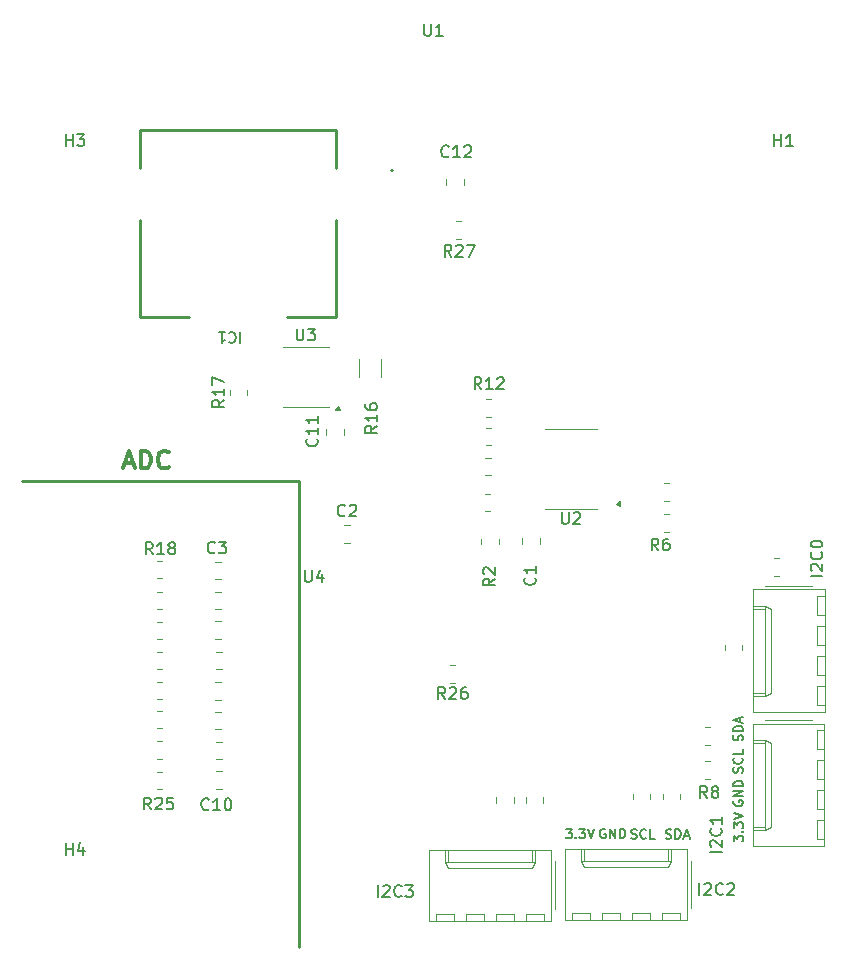
<source format=gbr>
%TF.GenerationSoftware,KiCad,Pcbnew,8.0.0-8.0.0-1~ubuntu20.04.1*%
%TF.CreationDate,2024-06-18T17:36:17-06:00*%
%TF.ProjectId,BioReactify,42696f52-6561-4637-9469-66792e6b6963,rev?*%
%TF.SameCoordinates,Original*%
%TF.FileFunction,Legend,Top*%
%TF.FilePolarity,Positive*%
%FSLAX46Y46*%
G04 Gerber Fmt 4.6, Leading zero omitted, Abs format (unit mm)*
G04 Created by KiCad (PCBNEW 8.0.0-8.0.0-1~ubuntu20.04.1) date 2024-06-18 17:36:17*
%MOMM*%
%LPD*%
G01*
G04 APERTURE LIST*
%ADD10C,0.250000*%
%ADD11C,0.187500*%
%ADD12C,0.300000*%
%ADD13C,0.152400*%
%ADD14C,0.150000*%
%ADD15C,0.254000*%
%ADD16C,0.120000*%
%ADD17C,0.200000*%
G04 APERTURE END LIST*
D10*
X164000000Y-50000000D02*
X164000000Y-89500000D01*
X140500000Y-50000000D02*
X164000000Y-50000000D01*
D11*
X200802345Y-80532359D02*
X200802345Y-80037121D01*
X200802345Y-80037121D02*
X201107107Y-80303787D01*
X201107107Y-80303787D02*
X201107107Y-80189502D01*
X201107107Y-80189502D02*
X201145202Y-80113311D01*
X201145202Y-80113311D02*
X201183297Y-80075216D01*
X201183297Y-80075216D02*
X201259488Y-80037121D01*
X201259488Y-80037121D02*
X201449964Y-80037121D01*
X201449964Y-80037121D02*
X201526154Y-80075216D01*
X201526154Y-80075216D02*
X201564250Y-80113311D01*
X201564250Y-80113311D02*
X201602345Y-80189502D01*
X201602345Y-80189502D02*
X201602345Y-80418073D01*
X201602345Y-80418073D02*
X201564250Y-80494264D01*
X201564250Y-80494264D02*
X201526154Y-80532359D01*
X201526154Y-79694263D02*
X201564250Y-79656168D01*
X201564250Y-79656168D02*
X201602345Y-79694263D01*
X201602345Y-79694263D02*
X201564250Y-79732359D01*
X201564250Y-79732359D02*
X201526154Y-79694263D01*
X201526154Y-79694263D02*
X201602345Y-79694263D01*
X200802345Y-79389502D02*
X200802345Y-78894264D01*
X200802345Y-78894264D02*
X201107107Y-79160930D01*
X201107107Y-79160930D02*
X201107107Y-79046645D01*
X201107107Y-79046645D02*
X201145202Y-78970454D01*
X201145202Y-78970454D02*
X201183297Y-78932359D01*
X201183297Y-78932359D02*
X201259488Y-78894264D01*
X201259488Y-78894264D02*
X201449964Y-78894264D01*
X201449964Y-78894264D02*
X201526154Y-78932359D01*
X201526154Y-78932359D02*
X201564250Y-78970454D01*
X201564250Y-78970454D02*
X201602345Y-79046645D01*
X201602345Y-79046645D02*
X201602345Y-79275216D01*
X201602345Y-79275216D02*
X201564250Y-79351407D01*
X201564250Y-79351407D02*
X201526154Y-79389502D01*
X200802345Y-78665692D02*
X201602345Y-78399025D01*
X201602345Y-78399025D02*
X200802345Y-78132359D01*
X186587640Y-79472345D02*
X187082878Y-79472345D01*
X187082878Y-79472345D02*
X186816212Y-79777107D01*
X186816212Y-79777107D02*
X186930497Y-79777107D01*
X186930497Y-79777107D02*
X187006688Y-79815202D01*
X187006688Y-79815202D02*
X187044783Y-79853297D01*
X187044783Y-79853297D02*
X187082878Y-79929488D01*
X187082878Y-79929488D02*
X187082878Y-80119964D01*
X187082878Y-80119964D02*
X187044783Y-80196154D01*
X187044783Y-80196154D02*
X187006688Y-80234250D01*
X187006688Y-80234250D02*
X186930497Y-80272345D01*
X186930497Y-80272345D02*
X186701926Y-80272345D01*
X186701926Y-80272345D02*
X186625735Y-80234250D01*
X186625735Y-80234250D02*
X186587640Y-80196154D01*
X187425736Y-80196154D02*
X187463831Y-80234250D01*
X187463831Y-80234250D02*
X187425736Y-80272345D01*
X187425736Y-80272345D02*
X187387640Y-80234250D01*
X187387640Y-80234250D02*
X187425736Y-80196154D01*
X187425736Y-80196154D02*
X187425736Y-80272345D01*
X187730497Y-79472345D02*
X188225735Y-79472345D01*
X188225735Y-79472345D02*
X187959069Y-79777107D01*
X187959069Y-79777107D02*
X188073354Y-79777107D01*
X188073354Y-79777107D02*
X188149545Y-79815202D01*
X188149545Y-79815202D02*
X188187640Y-79853297D01*
X188187640Y-79853297D02*
X188225735Y-79929488D01*
X188225735Y-79929488D02*
X188225735Y-80119964D01*
X188225735Y-80119964D02*
X188187640Y-80196154D01*
X188187640Y-80196154D02*
X188149545Y-80234250D01*
X188149545Y-80234250D02*
X188073354Y-80272345D01*
X188073354Y-80272345D02*
X187844783Y-80272345D01*
X187844783Y-80272345D02*
X187768592Y-80234250D01*
X187768592Y-80234250D02*
X187730497Y-80196154D01*
X188454307Y-79472345D02*
X188720974Y-80272345D01*
X188720974Y-80272345D02*
X188987640Y-79472345D01*
X192115735Y-80254250D02*
X192230021Y-80292345D01*
X192230021Y-80292345D02*
X192420497Y-80292345D01*
X192420497Y-80292345D02*
X192496688Y-80254250D01*
X192496688Y-80254250D02*
X192534783Y-80216154D01*
X192534783Y-80216154D02*
X192572878Y-80139964D01*
X192572878Y-80139964D02*
X192572878Y-80063773D01*
X192572878Y-80063773D02*
X192534783Y-79987583D01*
X192534783Y-79987583D02*
X192496688Y-79949488D01*
X192496688Y-79949488D02*
X192420497Y-79911392D01*
X192420497Y-79911392D02*
X192268116Y-79873297D01*
X192268116Y-79873297D02*
X192191926Y-79835202D01*
X192191926Y-79835202D02*
X192153831Y-79797107D01*
X192153831Y-79797107D02*
X192115735Y-79720916D01*
X192115735Y-79720916D02*
X192115735Y-79644726D01*
X192115735Y-79644726D02*
X192153831Y-79568535D01*
X192153831Y-79568535D02*
X192191926Y-79530440D01*
X192191926Y-79530440D02*
X192268116Y-79492345D01*
X192268116Y-79492345D02*
X192458593Y-79492345D01*
X192458593Y-79492345D02*
X192572878Y-79530440D01*
X193372879Y-80216154D02*
X193334783Y-80254250D01*
X193334783Y-80254250D02*
X193220498Y-80292345D01*
X193220498Y-80292345D02*
X193144307Y-80292345D01*
X193144307Y-80292345D02*
X193030021Y-80254250D01*
X193030021Y-80254250D02*
X192953831Y-80178059D01*
X192953831Y-80178059D02*
X192915736Y-80101869D01*
X192915736Y-80101869D02*
X192877640Y-79949488D01*
X192877640Y-79949488D02*
X192877640Y-79835202D01*
X192877640Y-79835202D02*
X192915736Y-79682821D01*
X192915736Y-79682821D02*
X192953831Y-79606630D01*
X192953831Y-79606630D02*
X193030021Y-79530440D01*
X193030021Y-79530440D02*
X193144307Y-79492345D01*
X193144307Y-79492345D02*
X193220498Y-79492345D01*
X193220498Y-79492345D02*
X193334783Y-79530440D01*
X193334783Y-79530440D02*
X193372879Y-79568535D01*
X194096688Y-80292345D02*
X193715736Y-80292345D01*
X193715736Y-80292345D02*
X193715736Y-79492345D01*
X189922878Y-79510440D02*
X189846688Y-79472345D01*
X189846688Y-79472345D02*
X189732402Y-79472345D01*
X189732402Y-79472345D02*
X189618116Y-79510440D01*
X189618116Y-79510440D02*
X189541926Y-79586630D01*
X189541926Y-79586630D02*
X189503831Y-79662821D01*
X189503831Y-79662821D02*
X189465735Y-79815202D01*
X189465735Y-79815202D02*
X189465735Y-79929488D01*
X189465735Y-79929488D02*
X189503831Y-80081869D01*
X189503831Y-80081869D02*
X189541926Y-80158059D01*
X189541926Y-80158059D02*
X189618116Y-80234250D01*
X189618116Y-80234250D02*
X189732402Y-80272345D01*
X189732402Y-80272345D02*
X189808593Y-80272345D01*
X189808593Y-80272345D02*
X189922878Y-80234250D01*
X189922878Y-80234250D02*
X189960974Y-80196154D01*
X189960974Y-80196154D02*
X189960974Y-79929488D01*
X189960974Y-79929488D02*
X189808593Y-79929488D01*
X190303831Y-80272345D02*
X190303831Y-79472345D01*
X190303831Y-79472345D02*
X190760974Y-80272345D01*
X190760974Y-80272345D02*
X190760974Y-79472345D01*
X191141926Y-80272345D02*
X191141926Y-79472345D01*
X191141926Y-79472345D02*
X191332402Y-79472345D01*
X191332402Y-79472345D02*
X191446688Y-79510440D01*
X191446688Y-79510440D02*
X191522878Y-79586630D01*
X191522878Y-79586630D02*
X191560973Y-79662821D01*
X191560973Y-79662821D02*
X191599069Y-79815202D01*
X191599069Y-79815202D02*
X191599069Y-79929488D01*
X191599069Y-79929488D02*
X191560973Y-80081869D01*
X191560973Y-80081869D02*
X191522878Y-80158059D01*
X191522878Y-80158059D02*
X191446688Y-80234250D01*
X191446688Y-80234250D02*
X191332402Y-80272345D01*
X191332402Y-80272345D02*
X191141926Y-80272345D01*
X195045735Y-80254250D02*
X195160021Y-80292345D01*
X195160021Y-80292345D02*
X195350497Y-80292345D01*
X195350497Y-80292345D02*
X195426688Y-80254250D01*
X195426688Y-80254250D02*
X195464783Y-80216154D01*
X195464783Y-80216154D02*
X195502878Y-80139964D01*
X195502878Y-80139964D02*
X195502878Y-80063773D01*
X195502878Y-80063773D02*
X195464783Y-79987583D01*
X195464783Y-79987583D02*
X195426688Y-79949488D01*
X195426688Y-79949488D02*
X195350497Y-79911392D01*
X195350497Y-79911392D02*
X195198116Y-79873297D01*
X195198116Y-79873297D02*
X195121926Y-79835202D01*
X195121926Y-79835202D02*
X195083831Y-79797107D01*
X195083831Y-79797107D02*
X195045735Y-79720916D01*
X195045735Y-79720916D02*
X195045735Y-79644726D01*
X195045735Y-79644726D02*
X195083831Y-79568535D01*
X195083831Y-79568535D02*
X195121926Y-79530440D01*
X195121926Y-79530440D02*
X195198116Y-79492345D01*
X195198116Y-79492345D02*
X195388593Y-79492345D01*
X195388593Y-79492345D02*
X195502878Y-79530440D01*
X195845736Y-80292345D02*
X195845736Y-79492345D01*
X195845736Y-79492345D02*
X196036212Y-79492345D01*
X196036212Y-79492345D02*
X196150498Y-79530440D01*
X196150498Y-79530440D02*
X196226688Y-79606630D01*
X196226688Y-79606630D02*
X196264783Y-79682821D01*
X196264783Y-79682821D02*
X196302879Y-79835202D01*
X196302879Y-79835202D02*
X196302879Y-79949488D01*
X196302879Y-79949488D02*
X196264783Y-80101869D01*
X196264783Y-80101869D02*
X196226688Y-80178059D01*
X196226688Y-80178059D02*
X196150498Y-80254250D01*
X196150498Y-80254250D02*
X196036212Y-80292345D01*
X196036212Y-80292345D02*
X195845736Y-80292345D01*
X196607640Y-80063773D02*
X196988593Y-80063773D01*
X196531450Y-80292345D02*
X196798117Y-79492345D01*
X196798117Y-79492345D02*
X197064783Y-80292345D01*
X201504250Y-74704264D02*
X201542345Y-74589978D01*
X201542345Y-74589978D02*
X201542345Y-74399502D01*
X201542345Y-74399502D02*
X201504250Y-74323311D01*
X201504250Y-74323311D02*
X201466154Y-74285216D01*
X201466154Y-74285216D02*
X201389964Y-74247121D01*
X201389964Y-74247121D02*
X201313773Y-74247121D01*
X201313773Y-74247121D02*
X201237583Y-74285216D01*
X201237583Y-74285216D02*
X201199488Y-74323311D01*
X201199488Y-74323311D02*
X201161392Y-74399502D01*
X201161392Y-74399502D02*
X201123297Y-74551883D01*
X201123297Y-74551883D02*
X201085202Y-74628073D01*
X201085202Y-74628073D02*
X201047107Y-74666168D01*
X201047107Y-74666168D02*
X200970916Y-74704264D01*
X200970916Y-74704264D02*
X200894726Y-74704264D01*
X200894726Y-74704264D02*
X200818535Y-74666168D01*
X200818535Y-74666168D02*
X200780440Y-74628073D01*
X200780440Y-74628073D02*
X200742345Y-74551883D01*
X200742345Y-74551883D02*
X200742345Y-74361406D01*
X200742345Y-74361406D02*
X200780440Y-74247121D01*
X201466154Y-73447120D02*
X201504250Y-73485216D01*
X201504250Y-73485216D02*
X201542345Y-73599501D01*
X201542345Y-73599501D02*
X201542345Y-73675692D01*
X201542345Y-73675692D02*
X201504250Y-73789978D01*
X201504250Y-73789978D02*
X201428059Y-73866168D01*
X201428059Y-73866168D02*
X201351869Y-73904263D01*
X201351869Y-73904263D02*
X201199488Y-73942359D01*
X201199488Y-73942359D02*
X201085202Y-73942359D01*
X201085202Y-73942359D02*
X200932821Y-73904263D01*
X200932821Y-73904263D02*
X200856630Y-73866168D01*
X200856630Y-73866168D02*
X200780440Y-73789978D01*
X200780440Y-73789978D02*
X200742345Y-73675692D01*
X200742345Y-73675692D02*
X200742345Y-73599501D01*
X200742345Y-73599501D02*
X200780440Y-73485216D01*
X200780440Y-73485216D02*
X200818535Y-73447120D01*
X201542345Y-72723311D02*
X201542345Y-73104263D01*
X201542345Y-73104263D02*
X200742345Y-73104263D01*
X200810440Y-77087121D02*
X200772345Y-77163311D01*
X200772345Y-77163311D02*
X200772345Y-77277597D01*
X200772345Y-77277597D02*
X200810440Y-77391883D01*
X200810440Y-77391883D02*
X200886630Y-77468073D01*
X200886630Y-77468073D02*
X200962821Y-77506168D01*
X200962821Y-77506168D02*
X201115202Y-77544264D01*
X201115202Y-77544264D02*
X201229488Y-77544264D01*
X201229488Y-77544264D02*
X201381869Y-77506168D01*
X201381869Y-77506168D02*
X201458059Y-77468073D01*
X201458059Y-77468073D02*
X201534250Y-77391883D01*
X201534250Y-77391883D02*
X201572345Y-77277597D01*
X201572345Y-77277597D02*
X201572345Y-77201406D01*
X201572345Y-77201406D02*
X201534250Y-77087121D01*
X201534250Y-77087121D02*
X201496154Y-77049025D01*
X201496154Y-77049025D02*
X201229488Y-77049025D01*
X201229488Y-77049025D02*
X201229488Y-77201406D01*
X201572345Y-76706168D02*
X200772345Y-76706168D01*
X200772345Y-76706168D02*
X201572345Y-76249025D01*
X201572345Y-76249025D02*
X200772345Y-76249025D01*
X201572345Y-75868073D02*
X200772345Y-75868073D01*
X200772345Y-75868073D02*
X200772345Y-75677597D01*
X200772345Y-75677597D02*
X200810440Y-75563311D01*
X200810440Y-75563311D02*
X200886630Y-75487121D01*
X200886630Y-75487121D02*
X200962821Y-75449026D01*
X200962821Y-75449026D02*
X201115202Y-75410930D01*
X201115202Y-75410930D02*
X201229488Y-75410930D01*
X201229488Y-75410930D02*
X201381869Y-75449026D01*
X201381869Y-75449026D02*
X201458059Y-75487121D01*
X201458059Y-75487121D02*
X201534250Y-75563311D01*
X201534250Y-75563311D02*
X201572345Y-75677597D01*
X201572345Y-75677597D02*
X201572345Y-75868073D01*
X201534250Y-71984264D02*
X201572345Y-71869978D01*
X201572345Y-71869978D02*
X201572345Y-71679502D01*
X201572345Y-71679502D02*
X201534250Y-71603311D01*
X201534250Y-71603311D02*
X201496154Y-71565216D01*
X201496154Y-71565216D02*
X201419964Y-71527121D01*
X201419964Y-71527121D02*
X201343773Y-71527121D01*
X201343773Y-71527121D02*
X201267583Y-71565216D01*
X201267583Y-71565216D02*
X201229488Y-71603311D01*
X201229488Y-71603311D02*
X201191392Y-71679502D01*
X201191392Y-71679502D02*
X201153297Y-71831883D01*
X201153297Y-71831883D02*
X201115202Y-71908073D01*
X201115202Y-71908073D02*
X201077107Y-71946168D01*
X201077107Y-71946168D02*
X201000916Y-71984264D01*
X201000916Y-71984264D02*
X200924726Y-71984264D01*
X200924726Y-71984264D02*
X200848535Y-71946168D01*
X200848535Y-71946168D02*
X200810440Y-71908073D01*
X200810440Y-71908073D02*
X200772345Y-71831883D01*
X200772345Y-71831883D02*
X200772345Y-71641406D01*
X200772345Y-71641406D02*
X200810440Y-71527121D01*
X201572345Y-71184263D02*
X200772345Y-71184263D01*
X200772345Y-71184263D02*
X200772345Y-70993787D01*
X200772345Y-70993787D02*
X200810440Y-70879501D01*
X200810440Y-70879501D02*
X200886630Y-70803311D01*
X200886630Y-70803311D02*
X200962821Y-70765216D01*
X200962821Y-70765216D02*
X201115202Y-70727120D01*
X201115202Y-70727120D02*
X201229488Y-70727120D01*
X201229488Y-70727120D02*
X201381869Y-70765216D01*
X201381869Y-70765216D02*
X201458059Y-70803311D01*
X201458059Y-70803311D02*
X201534250Y-70879501D01*
X201534250Y-70879501D02*
X201572345Y-70993787D01*
X201572345Y-70993787D02*
X201572345Y-71184263D01*
X201343773Y-70422359D02*
X201343773Y-70041406D01*
X201572345Y-70498549D02*
X200772345Y-70231882D01*
X200772345Y-70231882D02*
X201572345Y-69965216D01*
D12*
X149233082Y-48522257D02*
X149947368Y-48522257D01*
X149090225Y-48950828D02*
X149590225Y-47450828D01*
X149590225Y-47450828D02*
X150090225Y-48950828D01*
X150590224Y-48950828D02*
X150590224Y-47450828D01*
X150590224Y-47450828D02*
X150947367Y-47450828D01*
X150947367Y-47450828D02*
X151161653Y-47522257D01*
X151161653Y-47522257D02*
X151304510Y-47665114D01*
X151304510Y-47665114D02*
X151375939Y-47807971D01*
X151375939Y-47807971D02*
X151447367Y-48093685D01*
X151447367Y-48093685D02*
X151447367Y-48307971D01*
X151447367Y-48307971D02*
X151375939Y-48593685D01*
X151375939Y-48593685D02*
X151304510Y-48736542D01*
X151304510Y-48736542D02*
X151161653Y-48879400D01*
X151161653Y-48879400D02*
X150947367Y-48950828D01*
X150947367Y-48950828D02*
X150590224Y-48950828D01*
X152947367Y-48807971D02*
X152875939Y-48879400D01*
X152875939Y-48879400D02*
X152661653Y-48950828D01*
X152661653Y-48950828D02*
X152518796Y-48950828D01*
X152518796Y-48950828D02*
X152304510Y-48879400D01*
X152304510Y-48879400D02*
X152161653Y-48736542D01*
X152161653Y-48736542D02*
X152090224Y-48593685D01*
X152090224Y-48593685D02*
X152018796Y-48307971D01*
X152018796Y-48307971D02*
X152018796Y-48093685D01*
X152018796Y-48093685D02*
X152090224Y-47807971D01*
X152090224Y-47807971D02*
X152161653Y-47665114D01*
X152161653Y-47665114D02*
X152304510Y-47522257D01*
X152304510Y-47522257D02*
X152518796Y-47450828D01*
X152518796Y-47450828D02*
X152661653Y-47450828D01*
X152661653Y-47450828D02*
X152875939Y-47522257D01*
X152875939Y-47522257D02*
X152947367Y-47593685D01*
D13*
X159015128Y-37408056D02*
X159015128Y-38322456D01*
X158057185Y-37495141D02*
X158100728Y-37451599D01*
X158100728Y-37451599D02*
X158231356Y-37408056D01*
X158231356Y-37408056D02*
X158318442Y-37408056D01*
X158318442Y-37408056D02*
X158449071Y-37451599D01*
X158449071Y-37451599D02*
X158536156Y-37538684D01*
X158536156Y-37538684D02*
X158579699Y-37625770D01*
X158579699Y-37625770D02*
X158623242Y-37799941D01*
X158623242Y-37799941D02*
X158623242Y-37930570D01*
X158623242Y-37930570D02*
X158579699Y-38104741D01*
X158579699Y-38104741D02*
X158536156Y-38191827D01*
X158536156Y-38191827D02*
X158449071Y-38278913D01*
X158449071Y-38278913D02*
X158318442Y-38322456D01*
X158318442Y-38322456D02*
X158231356Y-38322456D01*
X158231356Y-38322456D02*
X158100728Y-38278913D01*
X158100728Y-38278913D02*
X158057185Y-38235370D01*
X157186328Y-37408056D02*
X157708842Y-37408056D01*
X157447585Y-37408056D02*
X157447585Y-38322456D01*
X157447585Y-38322456D02*
X157534671Y-38191827D01*
X157534671Y-38191827D02*
X157621756Y-38104741D01*
X157621756Y-38104741D02*
X157708842Y-38061199D01*
D14*
X156347142Y-77794580D02*
X156299523Y-77842200D01*
X156299523Y-77842200D02*
X156156666Y-77889819D01*
X156156666Y-77889819D02*
X156061428Y-77889819D01*
X156061428Y-77889819D02*
X155918571Y-77842200D01*
X155918571Y-77842200D02*
X155823333Y-77746961D01*
X155823333Y-77746961D02*
X155775714Y-77651723D01*
X155775714Y-77651723D02*
X155728095Y-77461247D01*
X155728095Y-77461247D02*
X155728095Y-77318390D01*
X155728095Y-77318390D02*
X155775714Y-77127914D01*
X155775714Y-77127914D02*
X155823333Y-77032676D01*
X155823333Y-77032676D02*
X155918571Y-76937438D01*
X155918571Y-76937438D02*
X156061428Y-76889819D01*
X156061428Y-76889819D02*
X156156666Y-76889819D01*
X156156666Y-76889819D02*
X156299523Y-76937438D01*
X156299523Y-76937438D02*
X156347142Y-76985057D01*
X157299523Y-77889819D02*
X156728095Y-77889819D01*
X157013809Y-77889819D02*
X157013809Y-76889819D01*
X157013809Y-76889819D02*
X156918571Y-77032676D01*
X156918571Y-77032676D02*
X156823333Y-77127914D01*
X156823333Y-77127914D02*
X156728095Y-77175533D01*
X157918571Y-76889819D02*
X158013809Y-76889819D01*
X158013809Y-76889819D02*
X158109047Y-76937438D01*
X158109047Y-76937438D02*
X158156666Y-76985057D01*
X158156666Y-76985057D02*
X158204285Y-77080295D01*
X158204285Y-77080295D02*
X158251904Y-77270771D01*
X158251904Y-77270771D02*
X158251904Y-77508866D01*
X158251904Y-77508866D02*
X158204285Y-77699342D01*
X158204285Y-77699342D02*
X158156666Y-77794580D01*
X158156666Y-77794580D02*
X158109047Y-77842200D01*
X158109047Y-77842200D02*
X158013809Y-77889819D01*
X158013809Y-77889819D02*
X157918571Y-77889819D01*
X157918571Y-77889819D02*
X157823333Y-77842200D01*
X157823333Y-77842200D02*
X157775714Y-77794580D01*
X157775714Y-77794580D02*
X157728095Y-77699342D01*
X157728095Y-77699342D02*
X157680476Y-77508866D01*
X157680476Y-77508866D02*
X157680476Y-77270771D01*
X157680476Y-77270771D02*
X157728095Y-77080295D01*
X157728095Y-77080295D02*
X157775714Y-76985057D01*
X157775714Y-76985057D02*
X157823333Y-76937438D01*
X157823333Y-76937438D02*
X157918571Y-76889819D01*
X176357142Y-68464819D02*
X176023809Y-67988628D01*
X175785714Y-68464819D02*
X175785714Y-67464819D01*
X175785714Y-67464819D02*
X176166666Y-67464819D01*
X176166666Y-67464819D02*
X176261904Y-67512438D01*
X176261904Y-67512438D02*
X176309523Y-67560057D01*
X176309523Y-67560057D02*
X176357142Y-67655295D01*
X176357142Y-67655295D02*
X176357142Y-67798152D01*
X176357142Y-67798152D02*
X176309523Y-67893390D01*
X176309523Y-67893390D02*
X176261904Y-67941009D01*
X176261904Y-67941009D02*
X176166666Y-67988628D01*
X176166666Y-67988628D02*
X175785714Y-67988628D01*
X176738095Y-67560057D02*
X176785714Y-67512438D01*
X176785714Y-67512438D02*
X176880952Y-67464819D01*
X176880952Y-67464819D02*
X177119047Y-67464819D01*
X177119047Y-67464819D02*
X177214285Y-67512438D01*
X177214285Y-67512438D02*
X177261904Y-67560057D01*
X177261904Y-67560057D02*
X177309523Y-67655295D01*
X177309523Y-67655295D02*
X177309523Y-67750533D01*
X177309523Y-67750533D02*
X177261904Y-67893390D01*
X177261904Y-67893390D02*
X176690476Y-68464819D01*
X176690476Y-68464819D02*
X177309523Y-68464819D01*
X178166666Y-67464819D02*
X177976190Y-67464819D01*
X177976190Y-67464819D02*
X177880952Y-67512438D01*
X177880952Y-67512438D02*
X177833333Y-67560057D01*
X177833333Y-67560057D02*
X177738095Y-67702914D01*
X177738095Y-67702914D02*
X177690476Y-67893390D01*
X177690476Y-67893390D02*
X177690476Y-68274342D01*
X177690476Y-68274342D02*
X177738095Y-68369580D01*
X177738095Y-68369580D02*
X177785714Y-68417200D01*
X177785714Y-68417200D02*
X177880952Y-68464819D01*
X177880952Y-68464819D02*
X178071428Y-68464819D01*
X178071428Y-68464819D02*
X178166666Y-68417200D01*
X178166666Y-68417200D02*
X178214285Y-68369580D01*
X178214285Y-68369580D02*
X178261904Y-68274342D01*
X178261904Y-68274342D02*
X178261904Y-68036247D01*
X178261904Y-68036247D02*
X178214285Y-67941009D01*
X178214285Y-67941009D02*
X178166666Y-67893390D01*
X178166666Y-67893390D02*
X178071428Y-67845771D01*
X178071428Y-67845771D02*
X177880952Y-67845771D01*
X177880952Y-67845771D02*
X177785714Y-67893390D01*
X177785714Y-67893390D02*
X177738095Y-67941009D01*
X177738095Y-67941009D02*
X177690476Y-68036247D01*
X194403333Y-55894819D02*
X194070000Y-55418628D01*
X193831905Y-55894819D02*
X193831905Y-54894819D01*
X193831905Y-54894819D02*
X194212857Y-54894819D01*
X194212857Y-54894819D02*
X194308095Y-54942438D01*
X194308095Y-54942438D02*
X194355714Y-54990057D01*
X194355714Y-54990057D02*
X194403333Y-55085295D01*
X194403333Y-55085295D02*
X194403333Y-55228152D01*
X194403333Y-55228152D02*
X194355714Y-55323390D01*
X194355714Y-55323390D02*
X194308095Y-55371009D01*
X194308095Y-55371009D02*
X194212857Y-55418628D01*
X194212857Y-55418628D02*
X193831905Y-55418628D01*
X195260476Y-54894819D02*
X195070000Y-54894819D01*
X195070000Y-54894819D02*
X194974762Y-54942438D01*
X194974762Y-54942438D02*
X194927143Y-54990057D01*
X194927143Y-54990057D02*
X194831905Y-55132914D01*
X194831905Y-55132914D02*
X194784286Y-55323390D01*
X194784286Y-55323390D02*
X194784286Y-55704342D01*
X194784286Y-55704342D02*
X194831905Y-55799580D01*
X194831905Y-55799580D02*
X194879524Y-55847200D01*
X194879524Y-55847200D02*
X194974762Y-55894819D01*
X194974762Y-55894819D02*
X195165238Y-55894819D01*
X195165238Y-55894819D02*
X195260476Y-55847200D01*
X195260476Y-55847200D02*
X195308095Y-55799580D01*
X195308095Y-55799580D02*
X195355714Y-55704342D01*
X195355714Y-55704342D02*
X195355714Y-55466247D01*
X195355714Y-55466247D02*
X195308095Y-55371009D01*
X195308095Y-55371009D02*
X195260476Y-55323390D01*
X195260476Y-55323390D02*
X195165238Y-55275771D01*
X195165238Y-55275771D02*
X194974762Y-55275771D01*
X194974762Y-55275771D02*
X194879524Y-55323390D01*
X194879524Y-55323390D02*
X194831905Y-55371009D01*
X194831905Y-55371009D02*
X194784286Y-55466247D01*
X151447142Y-77819819D02*
X151113809Y-77343628D01*
X150875714Y-77819819D02*
X150875714Y-76819819D01*
X150875714Y-76819819D02*
X151256666Y-76819819D01*
X151256666Y-76819819D02*
X151351904Y-76867438D01*
X151351904Y-76867438D02*
X151399523Y-76915057D01*
X151399523Y-76915057D02*
X151447142Y-77010295D01*
X151447142Y-77010295D02*
X151447142Y-77153152D01*
X151447142Y-77153152D02*
X151399523Y-77248390D01*
X151399523Y-77248390D02*
X151351904Y-77296009D01*
X151351904Y-77296009D02*
X151256666Y-77343628D01*
X151256666Y-77343628D02*
X150875714Y-77343628D01*
X151828095Y-76915057D02*
X151875714Y-76867438D01*
X151875714Y-76867438D02*
X151970952Y-76819819D01*
X151970952Y-76819819D02*
X152209047Y-76819819D01*
X152209047Y-76819819D02*
X152304285Y-76867438D01*
X152304285Y-76867438D02*
X152351904Y-76915057D01*
X152351904Y-76915057D02*
X152399523Y-77010295D01*
X152399523Y-77010295D02*
X152399523Y-77105533D01*
X152399523Y-77105533D02*
X152351904Y-77248390D01*
X152351904Y-77248390D02*
X151780476Y-77819819D01*
X151780476Y-77819819D02*
X152399523Y-77819819D01*
X153304285Y-76819819D02*
X152828095Y-76819819D01*
X152828095Y-76819819D02*
X152780476Y-77296009D01*
X152780476Y-77296009D02*
X152828095Y-77248390D01*
X152828095Y-77248390D02*
X152923333Y-77200771D01*
X152923333Y-77200771D02*
X153161428Y-77200771D01*
X153161428Y-77200771D02*
X153256666Y-77248390D01*
X153256666Y-77248390D02*
X153304285Y-77296009D01*
X153304285Y-77296009D02*
X153351904Y-77391247D01*
X153351904Y-77391247D02*
X153351904Y-77629342D01*
X153351904Y-77629342D02*
X153304285Y-77724580D01*
X153304285Y-77724580D02*
X153256666Y-77772200D01*
X153256666Y-77772200D02*
X153161428Y-77819819D01*
X153161428Y-77819819D02*
X152923333Y-77819819D01*
X152923333Y-77819819D02*
X152828095Y-77772200D01*
X152828095Y-77772200D02*
X152780476Y-77724580D01*
X151597142Y-56219819D02*
X151263809Y-55743628D01*
X151025714Y-56219819D02*
X151025714Y-55219819D01*
X151025714Y-55219819D02*
X151406666Y-55219819D01*
X151406666Y-55219819D02*
X151501904Y-55267438D01*
X151501904Y-55267438D02*
X151549523Y-55315057D01*
X151549523Y-55315057D02*
X151597142Y-55410295D01*
X151597142Y-55410295D02*
X151597142Y-55553152D01*
X151597142Y-55553152D02*
X151549523Y-55648390D01*
X151549523Y-55648390D02*
X151501904Y-55696009D01*
X151501904Y-55696009D02*
X151406666Y-55743628D01*
X151406666Y-55743628D02*
X151025714Y-55743628D01*
X152549523Y-56219819D02*
X151978095Y-56219819D01*
X152263809Y-56219819D02*
X152263809Y-55219819D01*
X152263809Y-55219819D02*
X152168571Y-55362676D01*
X152168571Y-55362676D02*
X152073333Y-55457914D01*
X152073333Y-55457914D02*
X151978095Y-55505533D01*
X153120952Y-55648390D02*
X153025714Y-55600771D01*
X153025714Y-55600771D02*
X152978095Y-55553152D01*
X152978095Y-55553152D02*
X152930476Y-55457914D01*
X152930476Y-55457914D02*
X152930476Y-55410295D01*
X152930476Y-55410295D02*
X152978095Y-55315057D01*
X152978095Y-55315057D02*
X153025714Y-55267438D01*
X153025714Y-55267438D02*
X153120952Y-55219819D01*
X153120952Y-55219819D02*
X153311428Y-55219819D01*
X153311428Y-55219819D02*
X153406666Y-55267438D01*
X153406666Y-55267438D02*
X153454285Y-55315057D01*
X153454285Y-55315057D02*
X153501904Y-55410295D01*
X153501904Y-55410295D02*
X153501904Y-55457914D01*
X153501904Y-55457914D02*
X153454285Y-55553152D01*
X153454285Y-55553152D02*
X153406666Y-55600771D01*
X153406666Y-55600771D02*
X153311428Y-55648390D01*
X153311428Y-55648390D02*
X153120952Y-55648390D01*
X153120952Y-55648390D02*
X153025714Y-55696009D01*
X153025714Y-55696009D02*
X152978095Y-55743628D01*
X152978095Y-55743628D02*
X152930476Y-55838866D01*
X152930476Y-55838866D02*
X152930476Y-56029342D01*
X152930476Y-56029342D02*
X152978095Y-56124580D01*
X152978095Y-56124580D02*
X153025714Y-56172200D01*
X153025714Y-56172200D02*
X153120952Y-56219819D01*
X153120952Y-56219819D02*
X153311428Y-56219819D01*
X153311428Y-56219819D02*
X153406666Y-56172200D01*
X153406666Y-56172200D02*
X153454285Y-56124580D01*
X153454285Y-56124580D02*
X153501904Y-56029342D01*
X153501904Y-56029342D02*
X153501904Y-55838866D01*
X153501904Y-55838866D02*
X153454285Y-55743628D01*
X153454285Y-55743628D02*
X153406666Y-55696009D01*
X153406666Y-55696009D02*
X153311428Y-55648390D01*
X180574819Y-58286666D02*
X180098628Y-58619999D01*
X180574819Y-58858094D02*
X179574819Y-58858094D01*
X179574819Y-58858094D02*
X179574819Y-58477142D01*
X179574819Y-58477142D02*
X179622438Y-58381904D01*
X179622438Y-58381904D02*
X179670057Y-58334285D01*
X179670057Y-58334285D02*
X179765295Y-58286666D01*
X179765295Y-58286666D02*
X179908152Y-58286666D01*
X179908152Y-58286666D02*
X180003390Y-58334285D01*
X180003390Y-58334285D02*
X180051009Y-58381904D01*
X180051009Y-58381904D02*
X180098628Y-58477142D01*
X180098628Y-58477142D02*
X180098628Y-58858094D01*
X179670057Y-57905713D02*
X179622438Y-57858094D01*
X179622438Y-57858094D02*
X179574819Y-57762856D01*
X179574819Y-57762856D02*
X179574819Y-57524761D01*
X179574819Y-57524761D02*
X179622438Y-57429523D01*
X179622438Y-57429523D02*
X179670057Y-57381904D01*
X179670057Y-57381904D02*
X179765295Y-57334285D01*
X179765295Y-57334285D02*
X179860533Y-57334285D01*
X179860533Y-57334285D02*
X180003390Y-57381904D01*
X180003390Y-57381904D02*
X180574819Y-57953332D01*
X180574819Y-57953332D02*
X180574819Y-57334285D01*
X176897142Y-31014819D02*
X176563809Y-30538628D01*
X176325714Y-31014819D02*
X176325714Y-30014819D01*
X176325714Y-30014819D02*
X176706666Y-30014819D01*
X176706666Y-30014819D02*
X176801904Y-30062438D01*
X176801904Y-30062438D02*
X176849523Y-30110057D01*
X176849523Y-30110057D02*
X176897142Y-30205295D01*
X176897142Y-30205295D02*
X176897142Y-30348152D01*
X176897142Y-30348152D02*
X176849523Y-30443390D01*
X176849523Y-30443390D02*
X176801904Y-30491009D01*
X176801904Y-30491009D02*
X176706666Y-30538628D01*
X176706666Y-30538628D02*
X176325714Y-30538628D01*
X177278095Y-30110057D02*
X177325714Y-30062438D01*
X177325714Y-30062438D02*
X177420952Y-30014819D01*
X177420952Y-30014819D02*
X177659047Y-30014819D01*
X177659047Y-30014819D02*
X177754285Y-30062438D01*
X177754285Y-30062438D02*
X177801904Y-30110057D01*
X177801904Y-30110057D02*
X177849523Y-30205295D01*
X177849523Y-30205295D02*
X177849523Y-30300533D01*
X177849523Y-30300533D02*
X177801904Y-30443390D01*
X177801904Y-30443390D02*
X177230476Y-31014819D01*
X177230476Y-31014819D02*
X177849523Y-31014819D01*
X178182857Y-30014819D02*
X178849523Y-30014819D01*
X178849523Y-30014819D02*
X178420952Y-31014819D01*
X183939580Y-58196666D02*
X183987200Y-58244285D01*
X183987200Y-58244285D02*
X184034819Y-58387142D01*
X184034819Y-58387142D02*
X184034819Y-58482380D01*
X184034819Y-58482380D02*
X183987200Y-58625237D01*
X183987200Y-58625237D02*
X183891961Y-58720475D01*
X183891961Y-58720475D02*
X183796723Y-58768094D01*
X183796723Y-58768094D02*
X183606247Y-58815713D01*
X183606247Y-58815713D02*
X183463390Y-58815713D01*
X183463390Y-58815713D02*
X183272914Y-58768094D01*
X183272914Y-58768094D02*
X183177676Y-58720475D01*
X183177676Y-58720475D02*
X183082438Y-58625237D01*
X183082438Y-58625237D02*
X183034819Y-58482380D01*
X183034819Y-58482380D02*
X183034819Y-58387142D01*
X183034819Y-58387142D02*
X183082438Y-58244285D01*
X183082438Y-58244285D02*
X183130057Y-58196666D01*
X184034819Y-57244285D02*
X184034819Y-57815713D01*
X184034819Y-57529999D02*
X183034819Y-57529999D01*
X183034819Y-57529999D02*
X183177676Y-57625237D01*
X183177676Y-57625237D02*
X183272914Y-57720475D01*
X183272914Y-57720475D02*
X183320533Y-57815713D01*
X157654819Y-43142857D02*
X157178628Y-43476190D01*
X157654819Y-43714285D02*
X156654819Y-43714285D01*
X156654819Y-43714285D02*
X156654819Y-43333333D01*
X156654819Y-43333333D02*
X156702438Y-43238095D01*
X156702438Y-43238095D02*
X156750057Y-43190476D01*
X156750057Y-43190476D02*
X156845295Y-43142857D01*
X156845295Y-43142857D02*
X156988152Y-43142857D01*
X156988152Y-43142857D02*
X157083390Y-43190476D01*
X157083390Y-43190476D02*
X157131009Y-43238095D01*
X157131009Y-43238095D02*
X157178628Y-43333333D01*
X157178628Y-43333333D02*
X157178628Y-43714285D01*
X157654819Y-42190476D02*
X157654819Y-42761904D01*
X157654819Y-42476190D02*
X156654819Y-42476190D01*
X156654819Y-42476190D02*
X156797676Y-42571428D01*
X156797676Y-42571428D02*
X156892914Y-42666666D01*
X156892914Y-42666666D02*
X156940533Y-42761904D01*
X156654819Y-41857142D02*
X156654819Y-41190476D01*
X156654819Y-41190476D02*
X157654819Y-41619047D01*
X165489580Y-46442857D02*
X165537200Y-46490476D01*
X165537200Y-46490476D02*
X165584819Y-46633333D01*
X165584819Y-46633333D02*
X165584819Y-46728571D01*
X165584819Y-46728571D02*
X165537200Y-46871428D01*
X165537200Y-46871428D02*
X165441961Y-46966666D01*
X165441961Y-46966666D02*
X165346723Y-47014285D01*
X165346723Y-47014285D02*
X165156247Y-47061904D01*
X165156247Y-47061904D02*
X165013390Y-47061904D01*
X165013390Y-47061904D02*
X164822914Y-47014285D01*
X164822914Y-47014285D02*
X164727676Y-46966666D01*
X164727676Y-46966666D02*
X164632438Y-46871428D01*
X164632438Y-46871428D02*
X164584819Y-46728571D01*
X164584819Y-46728571D02*
X164584819Y-46633333D01*
X164584819Y-46633333D02*
X164632438Y-46490476D01*
X164632438Y-46490476D02*
X164680057Y-46442857D01*
X165584819Y-45490476D02*
X165584819Y-46061904D01*
X165584819Y-45776190D02*
X164584819Y-45776190D01*
X164584819Y-45776190D02*
X164727676Y-45871428D01*
X164727676Y-45871428D02*
X164822914Y-45966666D01*
X164822914Y-45966666D02*
X164870533Y-46061904D01*
X165584819Y-44538095D02*
X165584819Y-45109523D01*
X165584819Y-44823809D02*
X164584819Y-44823809D01*
X164584819Y-44823809D02*
X164727676Y-44919047D01*
X164727676Y-44919047D02*
X164822914Y-45014285D01*
X164822914Y-45014285D02*
X164870533Y-45109523D01*
X208304819Y-58022380D02*
X207304819Y-58022380D01*
X207400057Y-57593809D02*
X207352438Y-57546190D01*
X207352438Y-57546190D02*
X207304819Y-57450952D01*
X207304819Y-57450952D02*
X207304819Y-57212857D01*
X207304819Y-57212857D02*
X207352438Y-57117619D01*
X207352438Y-57117619D02*
X207400057Y-57070000D01*
X207400057Y-57070000D02*
X207495295Y-57022381D01*
X207495295Y-57022381D02*
X207590533Y-57022381D01*
X207590533Y-57022381D02*
X207733390Y-57070000D01*
X207733390Y-57070000D02*
X208304819Y-57641428D01*
X208304819Y-57641428D02*
X208304819Y-57022381D01*
X208209580Y-56022381D02*
X208257200Y-56070000D01*
X208257200Y-56070000D02*
X208304819Y-56212857D01*
X208304819Y-56212857D02*
X208304819Y-56308095D01*
X208304819Y-56308095D02*
X208257200Y-56450952D01*
X208257200Y-56450952D02*
X208161961Y-56546190D01*
X208161961Y-56546190D02*
X208066723Y-56593809D01*
X208066723Y-56593809D02*
X207876247Y-56641428D01*
X207876247Y-56641428D02*
X207733390Y-56641428D01*
X207733390Y-56641428D02*
X207542914Y-56593809D01*
X207542914Y-56593809D02*
X207447676Y-56546190D01*
X207447676Y-56546190D02*
X207352438Y-56450952D01*
X207352438Y-56450952D02*
X207304819Y-56308095D01*
X207304819Y-56308095D02*
X207304819Y-56212857D01*
X207304819Y-56212857D02*
X207352438Y-56070000D01*
X207352438Y-56070000D02*
X207400057Y-56022381D01*
X207304819Y-55403333D02*
X207304819Y-55308095D01*
X207304819Y-55308095D02*
X207352438Y-55212857D01*
X207352438Y-55212857D02*
X207400057Y-55165238D01*
X207400057Y-55165238D02*
X207495295Y-55117619D01*
X207495295Y-55117619D02*
X207685771Y-55070000D01*
X207685771Y-55070000D02*
X207923866Y-55070000D01*
X207923866Y-55070000D02*
X208114342Y-55117619D01*
X208114342Y-55117619D02*
X208209580Y-55165238D01*
X208209580Y-55165238D02*
X208257200Y-55212857D01*
X208257200Y-55212857D02*
X208304819Y-55308095D01*
X208304819Y-55308095D02*
X208304819Y-55403333D01*
X208304819Y-55403333D02*
X208257200Y-55498571D01*
X208257200Y-55498571D02*
X208209580Y-55546190D01*
X208209580Y-55546190D02*
X208114342Y-55593809D01*
X208114342Y-55593809D02*
X207923866Y-55641428D01*
X207923866Y-55641428D02*
X207685771Y-55641428D01*
X207685771Y-55641428D02*
X207495295Y-55593809D01*
X207495295Y-55593809D02*
X207400057Y-55546190D01*
X207400057Y-55546190D02*
X207352438Y-55498571D01*
X207352438Y-55498571D02*
X207304819Y-55403333D01*
X174590595Y-11324069D02*
X174590595Y-12133592D01*
X174590595Y-12133592D02*
X174638214Y-12228830D01*
X174638214Y-12228830D02*
X174685833Y-12276450D01*
X174685833Y-12276450D02*
X174781071Y-12324069D01*
X174781071Y-12324069D02*
X174971547Y-12324069D01*
X174971547Y-12324069D02*
X175066785Y-12276450D01*
X175066785Y-12276450D02*
X175114404Y-12228830D01*
X175114404Y-12228830D02*
X175162023Y-12133592D01*
X175162023Y-12133592D02*
X175162023Y-11324069D01*
X176162023Y-12324069D02*
X175590595Y-12324069D01*
X175876309Y-12324069D02*
X175876309Y-11324069D01*
X175876309Y-11324069D02*
X175781071Y-11466926D01*
X175781071Y-11466926D02*
X175685833Y-11562164D01*
X175685833Y-11562164D02*
X175590595Y-11609783D01*
X198543333Y-76849069D02*
X198210000Y-76372878D01*
X197971905Y-76849069D02*
X197971905Y-75849069D01*
X197971905Y-75849069D02*
X198352857Y-75849069D01*
X198352857Y-75849069D02*
X198448095Y-75896688D01*
X198448095Y-75896688D02*
X198495714Y-75944307D01*
X198495714Y-75944307D02*
X198543333Y-76039545D01*
X198543333Y-76039545D02*
X198543333Y-76182402D01*
X198543333Y-76182402D02*
X198495714Y-76277640D01*
X198495714Y-76277640D02*
X198448095Y-76325259D01*
X198448095Y-76325259D02*
X198352857Y-76372878D01*
X198352857Y-76372878D02*
X197971905Y-76372878D01*
X199114762Y-76277640D02*
X199019524Y-76230021D01*
X199019524Y-76230021D02*
X198971905Y-76182402D01*
X198971905Y-76182402D02*
X198924286Y-76087164D01*
X198924286Y-76087164D02*
X198924286Y-76039545D01*
X198924286Y-76039545D02*
X198971905Y-75944307D01*
X198971905Y-75944307D02*
X199019524Y-75896688D01*
X199019524Y-75896688D02*
X199114762Y-75849069D01*
X199114762Y-75849069D02*
X199305238Y-75849069D01*
X199305238Y-75849069D02*
X199400476Y-75896688D01*
X199400476Y-75896688D02*
X199448095Y-75944307D01*
X199448095Y-75944307D02*
X199495714Y-76039545D01*
X199495714Y-76039545D02*
X199495714Y-76087164D01*
X199495714Y-76087164D02*
X199448095Y-76182402D01*
X199448095Y-76182402D02*
X199400476Y-76230021D01*
X199400476Y-76230021D02*
X199305238Y-76277640D01*
X199305238Y-76277640D02*
X199114762Y-76277640D01*
X199114762Y-76277640D02*
X199019524Y-76325259D01*
X199019524Y-76325259D02*
X198971905Y-76372878D01*
X198971905Y-76372878D02*
X198924286Y-76468116D01*
X198924286Y-76468116D02*
X198924286Y-76658592D01*
X198924286Y-76658592D02*
X198971905Y-76753830D01*
X198971905Y-76753830D02*
X199019524Y-76801450D01*
X199019524Y-76801450D02*
X199114762Y-76849069D01*
X199114762Y-76849069D02*
X199305238Y-76849069D01*
X199305238Y-76849069D02*
X199400476Y-76801450D01*
X199400476Y-76801450D02*
X199448095Y-76753830D01*
X199448095Y-76753830D02*
X199495714Y-76658592D01*
X199495714Y-76658592D02*
X199495714Y-76468116D01*
X199495714Y-76468116D02*
X199448095Y-76372878D01*
X199448095Y-76372878D02*
X199400476Y-76325259D01*
X199400476Y-76325259D02*
X199305238Y-76277640D01*
X176657142Y-22509580D02*
X176609523Y-22557200D01*
X176609523Y-22557200D02*
X176466666Y-22604819D01*
X176466666Y-22604819D02*
X176371428Y-22604819D01*
X176371428Y-22604819D02*
X176228571Y-22557200D01*
X176228571Y-22557200D02*
X176133333Y-22461961D01*
X176133333Y-22461961D02*
X176085714Y-22366723D01*
X176085714Y-22366723D02*
X176038095Y-22176247D01*
X176038095Y-22176247D02*
X176038095Y-22033390D01*
X176038095Y-22033390D02*
X176085714Y-21842914D01*
X176085714Y-21842914D02*
X176133333Y-21747676D01*
X176133333Y-21747676D02*
X176228571Y-21652438D01*
X176228571Y-21652438D02*
X176371428Y-21604819D01*
X176371428Y-21604819D02*
X176466666Y-21604819D01*
X176466666Y-21604819D02*
X176609523Y-21652438D01*
X176609523Y-21652438D02*
X176657142Y-21700057D01*
X177609523Y-22604819D02*
X177038095Y-22604819D01*
X177323809Y-22604819D02*
X177323809Y-21604819D01*
X177323809Y-21604819D02*
X177228571Y-21747676D01*
X177228571Y-21747676D02*
X177133333Y-21842914D01*
X177133333Y-21842914D02*
X177038095Y-21890533D01*
X177990476Y-21700057D02*
X178038095Y-21652438D01*
X178038095Y-21652438D02*
X178133333Y-21604819D01*
X178133333Y-21604819D02*
X178371428Y-21604819D01*
X178371428Y-21604819D02*
X178466666Y-21652438D01*
X178466666Y-21652438D02*
X178514285Y-21700057D01*
X178514285Y-21700057D02*
X178561904Y-21795295D01*
X178561904Y-21795295D02*
X178561904Y-21890533D01*
X178561904Y-21890533D02*
X178514285Y-22033390D01*
X178514285Y-22033390D02*
X177942857Y-22604819D01*
X177942857Y-22604819D02*
X178561904Y-22604819D01*
X156873333Y-56044580D02*
X156825714Y-56092200D01*
X156825714Y-56092200D02*
X156682857Y-56139819D01*
X156682857Y-56139819D02*
X156587619Y-56139819D01*
X156587619Y-56139819D02*
X156444762Y-56092200D01*
X156444762Y-56092200D02*
X156349524Y-55996961D01*
X156349524Y-55996961D02*
X156301905Y-55901723D01*
X156301905Y-55901723D02*
X156254286Y-55711247D01*
X156254286Y-55711247D02*
X156254286Y-55568390D01*
X156254286Y-55568390D02*
X156301905Y-55377914D01*
X156301905Y-55377914D02*
X156349524Y-55282676D01*
X156349524Y-55282676D02*
X156444762Y-55187438D01*
X156444762Y-55187438D02*
X156587619Y-55139819D01*
X156587619Y-55139819D02*
X156682857Y-55139819D01*
X156682857Y-55139819D02*
X156825714Y-55187438D01*
X156825714Y-55187438D02*
X156873333Y-55235057D01*
X157206667Y-55139819D02*
X157825714Y-55139819D01*
X157825714Y-55139819D02*
X157492381Y-55520771D01*
X157492381Y-55520771D02*
X157635238Y-55520771D01*
X157635238Y-55520771D02*
X157730476Y-55568390D01*
X157730476Y-55568390D02*
X157778095Y-55616009D01*
X157778095Y-55616009D02*
X157825714Y-55711247D01*
X157825714Y-55711247D02*
X157825714Y-55949342D01*
X157825714Y-55949342D02*
X157778095Y-56044580D01*
X157778095Y-56044580D02*
X157730476Y-56092200D01*
X157730476Y-56092200D02*
X157635238Y-56139819D01*
X157635238Y-56139819D02*
X157349524Y-56139819D01*
X157349524Y-56139819D02*
X157254286Y-56092200D01*
X157254286Y-56092200D02*
X157206667Y-56044580D01*
X163788095Y-37104819D02*
X163788095Y-37914342D01*
X163788095Y-37914342D02*
X163835714Y-38009580D01*
X163835714Y-38009580D02*
X163883333Y-38057200D01*
X163883333Y-38057200D02*
X163978571Y-38104819D01*
X163978571Y-38104819D02*
X164169047Y-38104819D01*
X164169047Y-38104819D02*
X164264285Y-38057200D01*
X164264285Y-38057200D02*
X164311904Y-38009580D01*
X164311904Y-38009580D02*
X164359523Y-37914342D01*
X164359523Y-37914342D02*
X164359523Y-37104819D01*
X164740476Y-37104819D02*
X165359523Y-37104819D01*
X165359523Y-37104819D02*
X165026190Y-37485771D01*
X165026190Y-37485771D02*
X165169047Y-37485771D01*
X165169047Y-37485771D02*
X165264285Y-37533390D01*
X165264285Y-37533390D02*
X165311904Y-37581009D01*
X165311904Y-37581009D02*
X165359523Y-37676247D01*
X165359523Y-37676247D02*
X165359523Y-37914342D01*
X165359523Y-37914342D02*
X165311904Y-38009580D01*
X165311904Y-38009580D02*
X165264285Y-38057200D01*
X165264285Y-38057200D02*
X165169047Y-38104819D01*
X165169047Y-38104819D02*
X164883333Y-38104819D01*
X164883333Y-38104819D02*
X164788095Y-38057200D01*
X164788095Y-38057200D02*
X164740476Y-38009580D01*
X197877619Y-85054819D02*
X197877619Y-84054819D01*
X198306190Y-84150057D02*
X198353809Y-84102438D01*
X198353809Y-84102438D02*
X198449047Y-84054819D01*
X198449047Y-84054819D02*
X198687142Y-84054819D01*
X198687142Y-84054819D02*
X198782380Y-84102438D01*
X198782380Y-84102438D02*
X198829999Y-84150057D01*
X198829999Y-84150057D02*
X198877618Y-84245295D01*
X198877618Y-84245295D02*
X198877618Y-84340533D01*
X198877618Y-84340533D02*
X198829999Y-84483390D01*
X198829999Y-84483390D02*
X198258571Y-85054819D01*
X198258571Y-85054819D02*
X198877618Y-85054819D01*
X199877618Y-84959580D02*
X199829999Y-85007200D01*
X199829999Y-85007200D02*
X199687142Y-85054819D01*
X199687142Y-85054819D02*
X199591904Y-85054819D01*
X199591904Y-85054819D02*
X199449047Y-85007200D01*
X199449047Y-85007200D02*
X199353809Y-84911961D01*
X199353809Y-84911961D02*
X199306190Y-84816723D01*
X199306190Y-84816723D02*
X199258571Y-84626247D01*
X199258571Y-84626247D02*
X199258571Y-84483390D01*
X199258571Y-84483390D02*
X199306190Y-84292914D01*
X199306190Y-84292914D02*
X199353809Y-84197676D01*
X199353809Y-84197676D02*
X199449047Y-84102438D01*
X199449047Y-84102438D02*
X199591904Y-84054819D01*
X199591904Y-84054819D02*
X199687142Y-84054819D01*
X199687142Y-84054819D02*
X199829999Y-84102438D01*
X199829999Y-84102438D02*
X199877618Y-84150057D01*
X200258571Y-84150057D02*
X200306190Y-84102438D01*
X200306190Y-84102438D02*
X200401428Y-84054819D01*
X200401428Y-84054819D02*
X200639523Y-84054819D01*
X200639523Y-84054819D02*
X200734761Y-84102438D01*
X200734761Y-84102438D02*
X200782380Y-84150057D01*
X200782380Y-84150057D02*
X200829999Y-84245295D01*
X200829999Y-84245295D02*
X200829999Y-84340533D01*
X200829999Y-84340533D02*
X200782380Y-84483390D01*
X200782380Y-84483390D02*
X200210952Y-85054819D01*
X200210952Y-85054819D02*
X200829999Y-85054819D01*
X167883333Y-52909580D02*
X167835714Y-52957200D01*
X167835714Y-52957200D02*
X167692857Y-53004819D01*
X167692857Y-53004819D02*
X167597619Y-53004819D01*
X167597619Y-53004819D02*
X167454762Y-52957200D01*
X167454762Y-52957200D02*
X167359524Y-52861961D01*
X167359524Y-52861961D02*
X167311905Y-52766723D01*
X167311905Y-52766723D02*
X167264286Y-52576247D01*
X167264286Y-52576247D02*
X167264286Y-52433390D01*
X167264286Y-52433390D02*
X167311905Y-52242914D01*
X167311905Y-52242914D02*
X167359524Y-52147676D01*
X167359524Y-52147676D02*
X167454762Y-52052438D01*
X167454762Y-52052438D02*
X167597619Y-52004819D01*
X167597619Y-52004819D02*
X167692857Y-52004819D01*
X167692857Y-52004819D02*
X167835714Y-52052438D01*
X167835714Y-52052438D02*
X167883333Y-52100057D01*
X168264286Y-52100057D02*
X168311905Y-52052438D01*
X168311905Y-52052438D02*
X168407143Y-52004819D01*
X168407143Y-52004819D02*
X168645238Y-52004819D01*
X168645238Y-52004819D02*
X168740476Y-52052438D01*
X168740476Y-52052438D02*
X168788095Y-52100057D01*
X168788095Y-52100057D02*
X168835714Y-52195295D01*
X168835714Y-52195295D02*
X168835714Y-52290533D01*
X168835714Y-52290533D02*
X168788095Y-52433390D01*
X168788095Y-52433390D02*
X168216667Y-53004819D01*
X168216667Y-53004819D02*
X168835714Y-53004819D01*
X144238095Y-21654819D02*
X144238095Y-20654819D01*
X144238095Y-21131009D02*
X144809523Y-21131009D01*
X144809523Y-21654819D02*
X144809523Y-20654819D01*
X145190476Y-20654819D02*
X145809523Y-20654819D01*
X145809523Y-20654819D02*
X145476190Y-21035771D01*
X145476190Y-21035771D02*
X145619047Y-21035771D01*
X145619047Y-21035771D02*
X145714285Y-21083390D01*
X145714285Y-21083390D02*
X145761904Y-21131009D01*
X145761904Y-21131009D02*
X145809523Y-21226247D01*
X145809523Y-21226247D02*
X145809523Y-21464342D01*
X145809523Y-21464342D02*
X145761904Y-21559580D01*
X145761904Y-21559580D02*
X145714285Y-21607200D01*
X145714285Y-21607200D02*
X145619047Y-21654819D01*
X145619047Y-21654819D02*
X145333333Y-21654819D01*
X145333333Y-21654819D02*
X145238095Y-21607200D01*
X145238095Y-21607200D02*
X145190476Y-21559580D01*
X144238095Y-81654819D02*
X144238095Y-80654819D01*
X144238095Y-81131009D02*
X144809523Y-81131009D01*
X144809523Y-81654819D02*
X144809523Y-80654819D01*
X145714285Y-80988152D02*
X145714285Y-81654819D01*
X145476190Y-80607200D02*
X145238095Y-81321485D01*
X145238095Y-81321485D02*
X145857142Y-81321485D01*
X186238095Y-52654819D02*
X186238095Y-53464342D01*
X186238095Y-53464342D02*
X186285714Y-53559580D01*
X186285714Y-53559580D02*
X186333333Y-53607200D01*
X186333333Y-53607200D02*
X186428571Y-53654819D01*
X186428571Y-53654819D02*
X186619047Y-53654819D01*
X186619047Y-53654819D02*
X186714285Y-53607200D01*
X186714285Y-53607200D02*
X186761904Y-53559580D01*
X186761904Y-53559580D02*
X186809523Y-53464342D01*
X186809523Y-53464342D02*
X186809523Y-52654819D01*
X187238095Y-52750057D02*
X187285714Y-52702438D01*
X187285714Y-52702438D02*
X187380952Y-52654819D01*
X187380952Y-52654819D02*
X187619047Y-52654819D01*
X187619047Y-52654819D02*
X187714285Y-52702438D01*
X187714285Y-52702438D02*
X187761904Y-52750057D01*
X187761904Y-52750057D02*
X187809523Y-52845295D01*
X187809523Y-52845295D02*
X187809523Y-52940533D01*
X187809523Y-52940533D02*
X187761904Y-53083390D01*
X187761904Y-53083390D02*
X187190476Y-53654819D01*
X187190476Y-53654819D02*
X187809523Y-53654819D01*
X164488095Y-57554819D02*
X164488095Y-58364342D01*
X164488095Y-58364342D02*
X164535714Y-58459580D01*
X164535714Y-58459580D02*
X164583333Y-58507200D01*
X164583333Y-58507200D02*
X164678571Y-58554819D01*
X164678571Y-58554819D02*
X164869047Y-58554819D01*
X164869047Y-58554819D02*
X164964285Y-58507200D01*
X164964285Y-58507200D02*
X165011904Y-58459580D01*
X165011904Y-58459580D02*
X165059523Y-58364342D01*
X165059523Y-58364342D02*
X165059523Y-57554819D01*
X165964285Y-57888152D02*
X165964285Y-58554819D01*
X165726190Y-57507200D02*
X165488095Y-58221485D01*
X165488095Y-58221485D02*
X166107142Y-58221485D01*
X204238095Y-21654819D02*
X204238095Y-20654819D01*
X204238095Y-21131009D02*
X204809523Y-21131009D01*
X204809523Y-21654819D02*
X204809523Y-20654819D01*
X205809523Y-21654819D02*
X205238095Y-21654819D01*
X205523809Y-21654819D02*
X205523809Y-20654819D01*
X205523809Y-20654819D02*
X205428571Y-20797676D01*
X205428571Y-20797676D02*
X205333333Y-20892914D01*
X205333333Y-20892914D02*
X205238095Y-20940533D01*
X179417142Y-42240569D02*
X179083809Y-41764378D01*
X178845714Y-42240569D02*
X178845714Y-41240569D01*
X178845714Y-41240569D02*
X179226666Y-41240569D01*
X179226666Y-41240569D02*
X179321904Y-41288188D01*
X179321904Y-41288188D02*
X179369523Y-41335807D01*
X179369523Y-41335807D02*
X179417142Y-41431045D01*
X179417142Y-41431045D02*
X179417142Y-41573902D01*
X179417142Y-41573902D02*
X179369523Y-41669140D01*
X179369523Y-41669140D02*
X179321904Y-41716759D01*
X179321904Y-41716759D02*
X179226666Y-41764378D01*
X179226666Y-41764378D02*
X178845714Y-41764378D01*
X180369523Y-42240569D02*
X179798095Y-42240569D01*
X180083809Y-42240569D02*
X180083809Y-41240569D01*
X180083809Y-41240569D02*
X179988571Y-41383426D01*
X179988571Y-41383426D02*
X179893333Y-41478664D01*
X179893333Y-41478664D02*
X179798095Y-41526283D01*
X180750476Y-41335807D02*
X180798095Y-41288188D01*
X180798095Y-41288188D02*
X180893333Y-41240569D01*
X180893333Y-41240569D02*
X181131428Y-41240569D01*
X181131428Y-41240569D02*
X181226666Y-41288188D01*
X181226666Y-41288188D02*
X181274285Y-41335807D01*
X181274285Y-41335807D02*
X181321904Y-41431045D01*
X181321904Y-41431045D02*
X181321904Y-41526283D01*
X181321904Y-41526283D02*
X181274285Y-41669140D01*
X181274285Y-41669140D02*
X180702857Y-42240569D01*
X180702857Y-42240569D02*
X181321904Y-42240569D01*
X170592319Y-45342857D02*
X170116128Y-45676190D01*
X170592319Y-45914285D02*
X169592319Y-45914285D01*
X169592319Y-45914285D02*
X169592319Y-45533333D01*
X169592319Y-45533333D02*
X169639938Y-45438095D01*
X169639938Y-45438095D02*
X169687557Y-45390476D01*
X169687557Y-45390476D02*
X169782795Y-45342857D01*
X169782795Y-45342857D02*
X169925652Y-45342857D01*
X169925652Y-45342857D02*
X170020890Y-45390476D01*
X170020890Y-45390476D02*
X170068509Y-45438095D01*
X170068509Y-45438095D02*
X170116128Y-45533333D01*
X170116128Y-45533333D02*
X170116128Y-45914285D01*
X170592319Y-44390476D02*
X170592319Y-44961904D01*
X170592319Y-44676190D02*
X169592319Y-44676190D01*
X169592319Y-44676190D02*
X169735176Y-44771428D01*
X169735176Y-44771428D02*
X169830414Y-44866666D01*
X169830414Y-44866666D02*
X169878033Y-44961904D01*
X169592319Y-43533333D02*
X169592319Y-43723809D01*
X169592319Y-43723809D02*
X169639938Y-43819047D01*
X169639938Y-43819047D02*
X169687557Y-43866666D01*
X169687557Y-43866666D02*
X169830414Y-43961904D01*
X169830414Y-43961904D02*
X170020890Y-44009523D01*
X170020890Y-44009523D02*
X170401842Y-44009523D01*
X170401842Y-44009523D02*
X170497080Y-43961904D01*
X170497080Y-43961904D02*
X170544700Y-43914285D01*
X170544700Y-43914285D02*
X170592319Y-43819047D01*
X170592319Y-43819047D02*
X170592319Y-43628571D01*
X170592319Y-43628571D02*
X170544700Y-43533333D01*
X170544700Y-43533333D02*
X170497080Y-43485714D01*
X170497080Y-43485714D02*
X170401842Y-43438095D01*
X170401842Y-43438095D02*
X170163747Y-43438095D01*
X170163747Y-43438095D02*
X170068509Y-43485714D01*
X170068509Y-43485714D02*
X170020890Y-43533333D01*
X170020890Y-43533333D02*
X169973271Y-43628571D01*
X169973271Y-43628571D02*
X169973271Y-43819047D01*
X169973271Y-43819047D02*
X170020890Y-43914285D01*
X170020890Y-43914285D02*
X170068509Y-43961904D01*
X170068509Y-43961904D02*
X170163747Y-44009523D01*
X199784819Y-81422380D02*
X198784819Y-81422380D01*
X198880057Y-80993809D02*
X198832438Y-80946190D01*
X198832438Y-80946190D02*
X198784819Y-80850952D01*
X198784819Y-80850952D02*
X198784819Y-80612857D01*
X198784819Y-80612857D02*
X198832438Y-80517619D01*
X198832438Y-80517619D02*
X198880057Y-80470000D01*
X198880057Y-80470000D02*
X198975295Y-80422381D01*
X198975295Y-80422381D02*
X199070533Y-80422381D01*
X199070533Y-80422381D02*
X199213390Y-80470000D01*
X199213390Y-80470000D02*
X199784819Y-81041428D01*
X199784819Y-81041428D02*
X199784819Y-80422381D01*
X199689580Y-79422381D02*
X199737200Y-79470000D01*
X199737200Y-79470000D02*
X199784819Y-79612857D01*
X199784819Y-79612857D02*
X199784819Y-79708095D01*
X199784819Y-79708095D02*
X199737200Y-79850952D01*
X199737200Y-79850952D02*
X199641961Y-79946190D01*
X199641961Y-79946190D02*
X199546723Y-79993809D01*
X199546723Y-79993809D02*
X199356247Y-80041428D01*
X199356247Y-80041428D02*
X199213390Y-80041428D01*
X199213390Y-80041428D02*
X199022914Y-79993809D01*
X199022914Y-79993809D02*
X198927676Y-79946190D01*
X198927676Y-79946190D02*
X198832438Y-79850952D01*
X198832438Y-79850952D02*
X198784819Y-79708095D01*
X198784819Y-79708095D02*
X198784819Y-79612857D01*
X198784819Y-79612857D02*
X198832438Y-79470000D01*
X198832438Y-79470000D02*
X198880057Y-79422381D01*
X199784819Y-78470000D02*
X199784819Y-79041428D01*
X199784819Y-78755714D02*
X198784819Y-78755714D01*
X198784819Y-78755714D02*
X198927676Y-78850952D01*
X198927676Y-78850952D02*
X199022914Y-78946190D01*
X199022914Y-78946190D02*
X199070533Y-79041428D01*
X170667619Y-85224819D02*
X170667619Y-84224819D01*
X171096190Y-84320057D02*
X171143809Y-84272438D01*
X171143809Y-84272438D02*
X171239047Y-84224819D01*
X171239047Y-84224819D02*
X171477142Y-84224819D01*
X171477142Y-84224819D02*
X171572380Y-84272438D01*
X171572380Y-84272438D02*
X171619999Y-84320057D01*
X171619999Y-84320057D02*
X171667618Y-84415295D01*
X171667618Y-84415295D02*
X171667618Y-84510533D01*
X171667618Y-84510533D02*
X171619999Y-84653390D01*
X171619999Y-84653390D02*
X171048571Y-85224819D01*
X171048571Y-85224819D02*
X171667618Y-85224819D01*
X172667618Y-85129580D02*
X172619999Y-85177200D01*
X172619999Y-85177200D02*
X172477142Y-85224819D01*
X172477142Y-85224819D02*
X172381904Y-85224819D01*
X172381904Y-85224819D02*
X172239047Y-85177200D01*
X172239047Y-85177200D02*
X172143809Y-85081961D01*
X172143809Y-85081961D02*
X172096190Y-84986723D01*
X172096190Y-84986723D02*
X172048571Y-84796247D01*
X172048571Y-84796247D02*
X172048571Y-84653390D01*
X172048571Y-84653390D02*
X172096190Y-84462914D01*
X172096190Y-84462914D02*
X172143809Y-84367676D01*
X172143809Y-84367676D02*
X172239047Y-84272438D01*
X172239047Y-84272438D02*
X172381904Y-84224819D01*
X172381904Y-84224819D02*
X172477142Y-84224819D01*
X172477142Y-84224819D02*
X172619999Y-84272438D01*
X172619999Y-84272438D02*
X172667618Y-84320057D01*
X173000952Y-84224819D02*
X173619999Y-84224819D01*
X173619999Y-84224819D02*
X173286666Y-84605771D01*
X173286666Y-84605771D02*
X173429523Y-84605771D01*
X173429523Y-84605771D02*
X173524761Y-84653390D01*
X173524761Y-84653390D02*
X173572380Y-84701009D01*
X173572380Y-84701009D02*
X173619999Y-84796247D01*
X173619999Y-84796247D02*
X173619999Y-85034342D01*
X173619999Y-85034342D02*
X173572380Y-85129580D01*
X173572380Y-85129580D02*
X173524761Y-85177200D01*
X173524761Y-85177200D02*
X173429523Y-85224819D01*
X173429523Y-85224819D02*
X173143809Y-85224819D01*
X173143809Y-85224819D02*
X173048571Y-85177200D01*
X173048571Y-85177200D02*
X173000952Y-85129580D01*
D15*
%TO.C,IC1*%
X150534900Y-20311050D02*
X150534900Y-23534850D01*
X150534900Y-20311050D02*
X167084900Y-20311050D01*
X150534900Y-27887150D02*
X150534900Y-36124950D01*
X150534900Y-36124950D02*
X154683800Y-36124950D01*
X162936000Y-36124950D02*
X167084900Y-36124950D01*
X167084900Y-20311050D02*
X167084900Y-23534850D01*
X167084900Y-27887150D02*
X167084900Y-36124950D01*
D16*
%TO.C,C10*%
X157451252Y-74600000D02*
X156928748Y-74600000D01*
X157451252Y-76070000D02*
X156928748Y-76070000D01*
%TO.C,R3*%
X179752936Y-48025000D02*
X180207064Y-48025000D01*
X179752936Y-49495000D02*
X180207064Y-49495000D01*
%TO.C,R4*%
X204212936Y-56545000D02*
X204667064Y-56545000D01*
X204212936Y-58015000D02*
X204667064Y-58015000D01*
%TO.C,R26*%
X177227064Y-65625000D02*
X176772936Y-65625000D01*
X177227064Y-67095000D02*
X176772936Y-67095000D01*
%TO.C,R6*%
X195337064Y-52845000D02*
X194882936Y-52845000D01*
X195337064Y-54315000D02*
X194882936Y-54315000D01*
%TO.C,R22*%
X152427064Y-66990000D02*
X151972936Y-66990000D01*
X152427064Y-68460000D02*
X151972936Y-68460000D01*
%TO.C,C8*%
X157401252Y-69550000D02*
X156878748Y-69550000D01*
X157401252Y-71020000D02*
X156878748Y-71020000D01*
%TO.C,C7*%
X157401252Y-67045000D02*
X156878748Y-67045000D01*
X157401252Y-68515000D02*
X156878748Y-68515000D01*
%TO.C,R25*%
X152427064Y-74640000D02*
X151972936Y-74640000D01*
X152427064Y-76110000D02*
X151972936Y-76110000D01*
%TO.C,R5*%
X200025000Y-64347064D02*
X200025000Y-63892936D01*
X201495000Y-64347064D02*
X201495000Y-63892936D01*
%TO.C,R15*%
X179782936Y-45505000D02*
X180237064Y-45505000D01*
X179782936Y-46975000D02*
X180237064Y-46975000D01*
%TO.C,R18*%
X152427064Y-56790000D02*
X151972936Y-56790000D01*
X152427064Y-58260000D02*
X151972936Y-58260000D01*
%TO.C,R13*%
X183215000Y-76782936D02*
X183215000Y-77237064D01*
X184685000Y-76782936D02*
X184685000Y-77237064D01*
%TO.C,R2*%
X179415000Y-54932936D02*
X179415000Y-55387064D01*
X180885000Y-54932936D02*
X180885000Y-55387064D01*
%TO.C,R10*%
X194785000Y-76502936D02*
X194785000Y-76957064D01*
X196255000Y-76502936D02*
X196255000Y-76957064D01*
%TO.C,R27*%
X177737064Y-28035000D02*
X177282936Y-28035000D01*
X177737064Y-29505000D02*
X177282936Y-29505000D01*
%TO.C,C1*%
X182885000Y-54861248D02*
X182885000Y-55383752D01*
X184355000Y-54861248D02*
X184355000Y-55383752D01*
%TO.C,R17*%
X158115000Y-42727064D02*
X158115000Y-42272936D01*
X159585000Y-42727064D02*
X159585000Y-42272936D01*
%TO.C,C11*%
X166305000Y-45638748D02*
X166305000Y-46161252D01*
X167775000Y-45638748D02*
X167775000Y-46161252D01*
%TO.C,I2C0*%
X202460000Y-59200000D02*
X202460000Y-69580000D01*
X202460000Y-60580000D02*
X203460000Y-60580000D01*
X202460000Y-60830000D02*
X203460000Y-60830000D01*
X202460000Y-67950000D02*
X203460000Y-67950000D01*
X202460000Y-69580000D02*
X208480000Y-69580000D01*
X203460000Y-60580000D02*
X203460000Y-68200000D01*
X203460000Y-60580000D02*
X203990000Y-60830000D01*
X203460000Y-68200000D02*
X202460000Y-68200000D01*
X203990000Y-60830000D02*
X203990000Y-67950000D01*
X203990000Y-67950000D02*
X203460000Y-68200000D01*
X207450000Y-58910000D02*
X203450000Y-58910000D01*
X207880000Y-59780000D02*
X207880000Y-61380000D01*
X207880000Y-61380000D02*
X208480000Y-61380000D01*
X207880000Y-62320000D02*
X207880000Y-63920000D01*
X207880000Y-63920000D02*
X208480000Y-63920000D01*
X207880000Y-64860000D02*
X207880000Y-66460000D01*
X207880000Y-66460000D02*
X208480000Y-66460000D01*
X207880000Y-67400000D02*
X207880000Y-69000000D01*
X207880000Y-69000000D02*
X208480000Y-69000000D01*
X208480000Y-59200000D02*
X202460000Y-59200000D01*
X208480000Y-59780000D02*
X207880000Y-59780000D01*
X208480000Y-62320000D02*
X207880000Y-62320000D01*
X208480000Y-64860000D02*
X207880000Y-64860000D01*
X208480000Y-67400000D02*
X207880000Y-67400000D01*
X208480000Y-69580000D02*
X208480000Y-59200000D01*
%TO.C,C4*%
X157401252Y-59400000D02*
X156878748Y-59400000D01*
X157401252Y-60870000D02*
X156878748Y-60870000D01*
D17*
%TO.C,U1*%
X171957500Y-23714250D02*
G75*
G02*
X171757500Y-23714250I-100000J0D01*
G01*
X171757500Y-23714250D02*
G75*
G02*
X171957500Y-23714250I100000J0D01*
G01*
D16*
%TO.C,R8*%
X198362936Y-73745000D02*
X198817064Y-73745000D01*
X198362936Y-75215000D02*
X198817064Y-75215000D01*
%TO.C,C12*%
X176465000Y-24438748D02*
X176465000Y-24961252D01*
X177935000Y-24438748D02*
X177935000Y-24961252D01*
%TO.C,C3*%
X157401252Y-56850000D02*
X156878748Y-56850000D01*
X157401252Y-58320000D02*
X156878748Y-58320000D01*
%TO.C,R7*%
X198362936Y-70865000D02*
X198817064Y-70865000D01*
X198362936Y-72335000D02*
X198817064Y-72335000D01*
%TO.C,R23*%
X152427064Y-69490000D02*
X151972936Y-69490000D01*
X152427064Y-70960000D02*
X151972936Y-70960000D01*
%TO.C,R1*%
X179722936Y-51105000D02*
X180177064Y-51105000D01*
X179722936Y-52575000D02*
X180177064Y-52575000D01*
%TO.C,U3*%
X164550000Y-38640000D02*
X162600000Y-38640000D01*
X164550000Y-38640000D02*
X166500000Y-38640000D01*
X164550000Y-43760000D02*
X162600000Y-43760000D01*
X164550000Y-43760000D02*
X166500000Y-43760000D01*
X167490000Y-43995000D02*
X167010000Y-43995000D01*
X167250000Y-43665000D01*
X167490000Y-43995000D01*
G36*
X167490000Y-43995000D02*
G01*
X167010000Y-43995000D01*
X167250000Y-43665000D01*
X167490000Y-43995000D01*
G37*
%TO.C,R24*%
X152427064Y-72040000D02*
X151972936Y-72040000D01*
X152427064Y-73510000D02*
X151972936Y-73510000D01*
%TO.C,I2C2*%
X186480000Y-81160000D02*
X186480000Y-87180000D01*
X186480000Y-87180000D02*
X196860000Y-87180000D01*
X187060000Y-86580000D02*
X187060000Y-87180000D01*
X187860000Y-82160000D02*
X187860000Y-81160000D01*
X188110000Y-81160000D02*
X188110000Y-82160000D01*
X188110000Y-82690000D02*
X187860000Y-82160000D01*
X188660000Y-86580000D02*
X187060000Y-86580000D01*
X188660000Y-87180000D02*
X188660000Y-86580000D01*
X189600000Y-86580000D02*
X189600000Y-87180000D01*
X191200000Y-86580000D02*
X189600000Y-86580000D01*
X191200000Y-87180000D02*
X191200000Y-86580000D01*
X192140000Y-86580000D02*
X192140000Y-87180000D01*
X193740000Y-86580000D02*
X192140000Y-86580000D01*
X193740000Y-87180000D02*
X193740000Y-86580000D01*
X194680000Y-86580000D02*
X194680000Y-87180000D01*
X195230000Y-81160000D02*
X195230000Y-82160000D01*
X195230000Y-82690000D02*
X188110000Y-82690000D01*
X195480000Y-81160000D02*
X195480000Y-82160000D01*
X195480000Y-82160000D02*
X187860000Y-82160000D01*
X195480000Y-82160000D02*
X195230000Y-82690000D01*
X196280000Y-86580000D02*
X194680000Y-86580000D01*
X196280000Y-87180000D02*
X196280000Y-86580000D01*
X196860000Y-81160000D02*
X186480000Y-81160000D01*
X196860000Y-87180000D02*
X196860000Y-81160000D01*
X197150000Y-86150000D02*
X197150000Y-82150000D01*
%TO.C,C2*%
X168311252Y-53765000D02*
X167788748Y-53765000D01*
X168311252Y-55235000D02*
X167788748Y-55235000D01*
%TO.C,C5*%
X157401252Y-61900000D02*
X156878748Y-61900000D01*
X157401252Y-63370000D02*
X156878748Y-63370000D01*
%TO.C,U2*%
X187000000Y-45615000D02*
X184800000Y-45615000D01*
X187000000Y-45615000D02*
X189200000Y-45615000D01*
X187000000Y-52385000D02*
X184800000Y-52385000D01*
X187000000Y-52385000D02*
X189200000Y-52385000D01*
X191190000Y-52165000D02*
X190860000Y-51925000D01*
X191190000Y-51685000D01*
X191190000Y-52165000D01*
G36*
X191190000Y-52165000D02*
G01*
X190860000Y-51925000D01*
X191190000Y-51685000D01*
X191190000Y-52165000D01*
G37*
%TO.C,R14*%
X180705000Y-76802936D02*
X180705000Y-77257064D01*
X182175000Y-76802936D02*
X182175000Y-77257064D01*
%TO.C,R19*%
X152427064Y-59390000D02*
X151972936Y-59390000D01*
X152427064Y-60860000D02*
X151972936Y-60860000D01*
%TO.C,R11*%
X192235000Y-76522936D02*
X192235000Y-76977064D01*
X193705000Y-76522936D02*
X193705000Y-76977064D01*
%TO.C,R9*%
X195337064Y-50205000D02*
X194882936Y-50205000D01*
X195337064Y-51675000D02*
X194882936Y-51675000D01*
%TO.C,R12*%
X179802936Y-43095000D02*
X180257064Y-43095000D01*
X179802936Y-44565000D02*
X180257064Y-44565000D01*
%TO.C,R20*%
X152427064Y-61940000D02*
X151972936Y-61940000D01*
X152427064Y-63410000D02*
X151972936Y-63410000D01*
%TO.C,R16*%
X169102500Y-39722936D02*
X169102500Y-41177064D01*
X170922500Y-39722936D02*
X170922500Y-41177064D01*
%TO.C,I2C1*%
X202440000Y-70550000D02*
X202440000Y-80930000D01*
X202440000Y-71930000D02*
X203440000Y-71930000D01*
X202440000Y-72180000D02*
X203440000Y-72180000D01*
X202440000Y-79300000D02*
X203440000Y-79300000D01*
X202440000Y-80930000D02*
X208460000Y-80930000D01*
X203440000Y-71930000D02*
X203440000Y-79550000D01*
X203440000Y-71930000D02*
X203970000Y-72180000D01*
X203440000Y-79550000D02*
X202440000Y-79550000D01*
X203970000Y-72180000D02*
X203970000Y-79300000D01*
X203970000Y-79300000D02*
X203440000Y-79550000D01*
X207430000Y-70260000D02*
X203430000Y-70260000D01*
X207860000Y-71130000D02*
X207860000Y-72730000D01*
X207860000Y-72730000D02*
X208460000Y-72730000D01*
X207860000Y-73670000D02*
X207860000Y-75270000D01*
X207860000Y-75270000D02*
X208460000Y-75270000D01*
X207860000Y-76210000D02*
X207860000Y-77810000D01*
X207860000Y-77810000D02*
X208460000Y-77810000D01*
X207860000Y-78750000D02*
X207860000Y-80350000D01*
X207860000Y-80350000D02*
X208460000Y-80350000D01*
X208460000Y-70550000D02*
X202440000Y-70550000D01*
X208460000Y-71130000D02*
X207860000Y-71130000D01*
X208460000Y-73670000D02*
X207860000Y-73670000D01*
X208460000Y-76210000D02*
X207860000Y-76210000D01*
X208460000Y-78750000D02*
X207860000Y-78750000D01*
X208460000Y-80930000D02*
X208460000Y-70550000D01*
%TO.C,C6*%
X157461252Y-64495000D02*
X156938748Y-64495000D01*
X157461252Y-65965000D02*
X156938748Y-65965000D01*
%TO.C,I2C3*%
X174970000Y-81230000D02*
X174970000Y-87250000D01*
X174970000Y-87250000D02*
X185350000Y-87250000D01*
X175550000Y-86650000D02*
X175550000Y-87250000D01*
X176350000Y-82230000D02*
X176350000Y-81230000D01*
X176600000Y-81230000D02*
X176600000Y-82230000D01*
X176600000Y-82760000D02*
X176350000Y-82230000D01*
X177150000Y-86650000D02*
X175550000Y-86650000D01*
X177150000Y-87250000D02*
X177150000Y-86650000D01*
X178090000Y-86650000D02*
X178090000Y-87250000D01*
X179690000Y-86650000D02*
X178090000Y-86650000D01*
X179690000Y-87250000D02*
X179690000Y-86650000D01*
X180630000Y-86650000D02*
X180630000Y-87250000D01*
X182230000Y-86650000D02*
X180630000Y-86650000D01*
X182230000Y-87250000D02*
X182230000Y-86650000D01*
X183170000Y-86650000D02*
X183170000Y-87250000D01*
X183720000Y-81230000D02*
X183720000Y-82230000D01*
X183720000Y-82760000D02*
X176600000Y-82760000D01*
X183970000Y-81230000D02*
X183970000Y-82230000D01*
X183970000Y-82230000D02*
X176350000Y-82230000D01*
X183970000Y-82230000D02*
X183720000Y-82760000D01*
X184770000Y-86650000D02*
X183170000Y-86650000D01*
X184770000Y-87250000D02*
X184770000Y-86650000D01*
X185350000Y-81230000D02*
X174970000Y-81230000D01*
X185350000Y-87250000D02*
X185350000Y-81230000D01*
X185640000Y-86220000D02*
X185640000Y-82220000D01*
%TO.C,C9*%
X157451252Y-72100000D02*
X156928748Y-72100000D01*
X157451252Y-73570000D02*
X156928748Y-73570000D01*
%TO.C,R21*%
X152427064Y-64490000D02*
X151972936Y-64490000D01*
X152427064Y-65960000D02*
X151972936Y-65960000D01*
%TD*%
M02*

</source>
